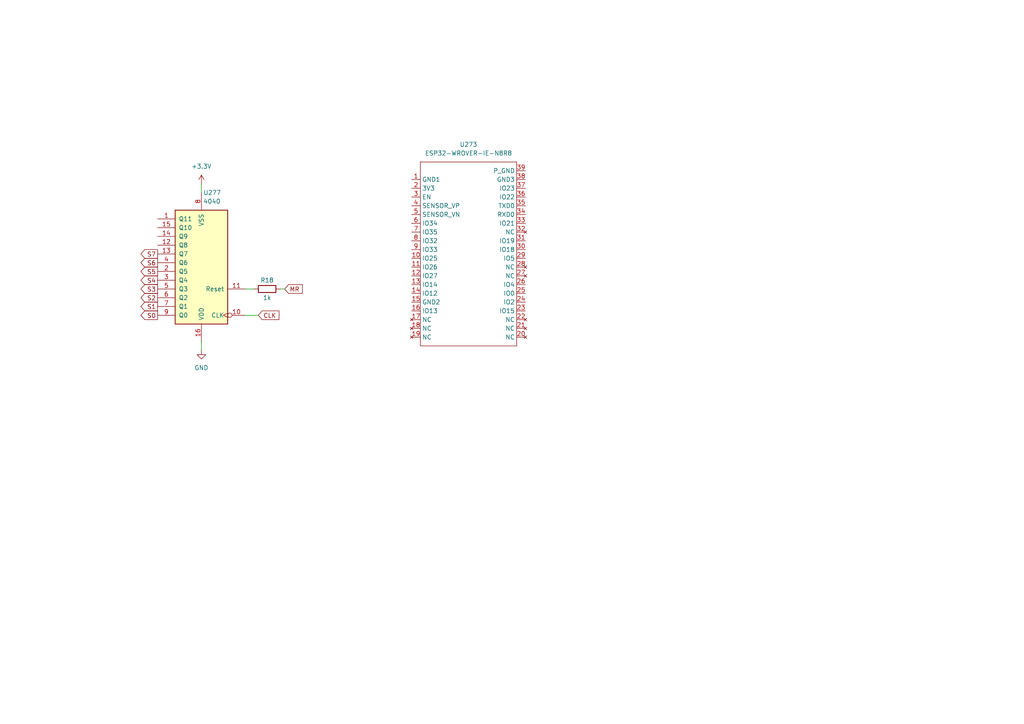
<source format=kicad_sch>
(kicad_sch (version 20211123) (generator eeschema)
  (paper "A4")
  (lib_symbols
    (symbol "4xxx:4040" (pin_names (offset 1.016))
      (property "Reference" "U" (at -7.62 16.51 0))
      (property "Value" "4040" (at -7.62 -19.05 0))
      (symbol "4040_1_0"
        (pin output line (at 12.7 -15.24 180) (length 5.08) (name "Q11") (number "1"))
        (pin input inverted_clock (at -12.7 12.7 0) (length 5.08) (name "CLK") (number "10"))
        (pin input line (at -12.7 5.08 0) (length 5.08) (name "Reset") (number "11"))
        (pin output line (at 12.7 -7.62 180) (length 5.08) (name "Q8") (number "12"))
        (pin output line (at 12.7 -5.08 180) (length 5.08) (name "Q7") (number "13"))
        (pin output line (at 12.7 -10.16 180) (length 5.08) (name "Q9") (number "14"))
        (pin output line (at 12.7 -12.7 180) (length 5.08) (name "Q10") (number "15"))
        (pin power_in line (at 0 20.32 270) (length 5.08) (name "VDD") (number "16"))
        (pin output line (at 12.7 0 180) (length 5.08) (name "Q5") (number "2"))
        (pin output line (at 12.7 2.54 180) (length 5.08) (name "Q4") (number "3"))
        (pin output line (at 12.7 -2.54 180) (length 5.08) (name "Q6") (number "4"))
        (pin output line (at 12.7 5.08 180) (length 5.08) (name "Q3") (number "5"))
        (pin output line (at 12.7 7.62 180) (length 5.08) (name "Q2") (number "6"))
        (pin output line (at 12.7 10.16 180) (length 5.08) (name "Q1") (number "7"))
        (pin power_in line (at 0 -22.86 90) (length 5.08) (name "VSS") (number "8"))
        (pin output line (at 12.7 12.7 180) (length 5.08) (name "Q0") (number "9"))
      )
      (symbol "4040_1_1"
        (rectangle (start -7.62 15.24) (end 7.62 -17.78) (stroke (width 0.254)) (fill (type background)))
      )
    )
    (symbol "Custom_model:ESP32-WROVER-IE-N8R8"
      (property "Reference" "U" (at 0 15.24 0))
      (property "Value" "ESP32-WROVER-IE-N8R8" (at 0 -41.91 0))
      (symbol "ESP32-WROVER-IE-N8R8_0_1"
        (rectangle (start -13.97 12.7) (end 13.97 -40.64))
      )
      (symbol "ESP32-WROVER-IE-N8R8_1_1"
        (pin input line (at -16.51 7.62 0) (length 2.54) (name "GND1") (number "1"))
        (pin input line (at -16.51 -15.24 0) (length 2.54) (name "IO25") (number "10"))
        (pin input line (at -16.51 -17.78 0) (length 2.54) (name "IO26") (number "11"))
        (pin input line (at -16.51 -20.32 0) (length 2.54) (name "IO27") (number "12"))
        (pin input line (at -16.51 -22.86 0) (length 2.54) (name "IO14") (number "13"))
        (pin input line (at -16.51 -25.4 0) (length 2.54) (name "IO12") (number "14"))
        (pin input line (at -16.51 -27.94 0) (length 2.54) (name "GND2") (number "15"))
        (pin input line (at -16.51 -30.48 0) (length 2.54) (name "IO13") (number "16"))
        (pin no_connect line (at -16.51 -33.02 0) (length 2.54) (name "NC") (number "17"))
        (pin no_connect line (at -16.51 -35.56 0) (length 2.54) (name "NC") (number "18"))
        (pin no_connect line (at -16.51 -38.1 0) (length 2.54) (name "NC") (number "19"))
        (pin input line (at -16.51 5.08 0) (length 2.54) (name "3V3") (number "2"))
        (pin no_connect line (at 16.51 -38.1 180) (length 2.54) (name "NC") (number "20"))
        (pin no_connect line (at 16.51 -35.56 180) (length 2.54) (name "NC") (number "21"))
        (pin no_connect line (at 16.51 -33.02 180) (length 2.54) (name "NC") (number "22"))
        (pin input line (at 16.51 -30.48 180) (length 2.54) (name "IO15") (number "23"))
        (pin input line (at 16.51 -27.94 180) (length 2.54) (name "IO2") (number "24"))
        (pin input line (at 16.51 -25.4 180) (length 2.54) (name "IO0") (number "25"))
        (pin input line (at 16.51 -22.86 180) (length 2.54) (name "IO4") (number "26"))
        (pin no_connect line (at 16.51 -20.32 180) (length 2.54) (name "NC") (number "27"))
        (pin no_connect line (at 16.51 -17.78 180) (length 2.54) (name "NC") (number "28"))
        (pin input line (at 16.51 -15.24 180) (length 2.54) (name "IO5") (number "29"))
        (pin input line (at -16.51 2.54 0) (length 2.54) (name "EN") (number "3"))
        (pin input line (at 16.51 -12.7 180) (length 2.54) (name "IO18") (number "30"))
        (pin input line (at 16.51 -10.16 180) (length 2.54) (name "IO19") (number "31"))
        (pin no_connect line (at 16.51 -7.62 180) (length 2.54) (name "NC") (number "32"))
        (pin input line (at 16.51 -5.08 180) (length 2.54) (name "IO21") (number "33"))
        (pin input line (at 16.51 -2.54 180) (length 2.54) (name "RXD0") (number "34"))
        (pin input line (at 16.51 0 180) (length 2.54) (name "TXD0") (number "35"))
        (pin input line (at 16.51 2.54 180) (length 2.54) (name "IO22") (number "36"))
        (pin input line (at 16.51 5.08 180) (length 2.54) (name "IO23") (number "37"))
        (pin input line (at 16.51 7.62 180) (length 2.54) (name "GND3") (number "38"))
        (pin input line (at 16.51 10.16 180) (length 2.54) (name "P_GND") (number "39"))
        (pin input line (at -16.51 0 0) (length 2.54) (name "SENSOR_VP") (number "4"))
        (pin input line (at -16.51 -2.54 0) (length 2.54) (name "SENSOR_VN") (number "5"))
        (pin input line (at -16.51 -5.08 0) (length 2.54) (name "IO34") (number "6"))
        (pin input line (at -16.51 -7.62 0) (length 2.54) (name "IO35") (number "7"))
        (pin input line (at -16.51 -10.16 0) (length 2.54) (name "IO32") (number "8"))
        (pin input line (at -16.51 -12.7 0) (length 2.54) (name "IO33") (number "9"))
      )
    )
    (symbol "Device:R" (pin_numbers hide) (pin_names (offset 0))
      (property "Reference" "R" (at 2.032 0 90))
      (property "Value" "R" (at 0 0 90))
      (symbol "R_0_1"
        (rectangle (start -1.016 -2.54) (end 1.016 2.54) (stroke (width 0.254)))
      )
      (symbol "R_1_1"
        (pin passive line (at 0 3.81 270) (length 1.27) (name "~") (number "1"))
        (pin passive line (at 0 -3.81 90) (length 1.27) (name "~") (number "2"))
      )
    )
    (symbol "power:+3.3V" (power) (pin_names (offset 0))
      (property "Value" "+3.3V" (at 0 3.556 0))
      (symbol "+3.3V_0_1"
        (polyline (pts (xy -0.762 1.27) (xy 0 2.54)))
        (polyline (pts (xy 0 0) (xy 0 2.54)))
        (polyline (pts (xy 0 2.54) (xy 0.762 1.27)))
      )
      (symbol "+3.3V_1_1"
        (pin power_in line (at 0 0 90) (length 0) hide (name "+3.3V") (number "1"))
      )
    )
    (symbol "power:GND" (power) (pin_names (offset 0))
      (property "Value" "GND" (at 0 -3.81 0))
      (symbol "GND_0_1"
        (polyline (pts (xy 0 0) (xy 0 -1.27) (xy 1.27 -1.27) (xy 0 -2.54) (xy -1.27 -1.27) (xy 0 -1.27)))
      )
      (symbol "GND_1_1"
        (pin power_in line (at 0 0 270) (length 0) hide (name "GND") (number "1"))
      )
    )
  )
  (wire (pts (xy 71.12 91.44) (xy 74.93 91.44)))
  (wire (pts (xy 73.66 83.82) (xy 71.12 83.82)))
  (wire (pts (xy 58.42 53.34) (xy 58.42 55.88)))
  (wire (pts (xy 58.42 99.06) (xy 58.42 101.6)))
  (wire (pts (xy 82.55 83.82) (xy 81.28 83.82)))
  (global_label "S6" (shape output) (at 45.72 76.2 180) (property "Intersheet References" "${INTERSHEET_REFS}" (effects hide)))
  (global_label "S2" (shape output) (at 45.72 86.36 180) (property "Intersheet References" "${INTERSHEET_REFS}" (effects hide)))
  (global_label "MR" (shape input) (at 82.55 83.82 0) (property "Intersheet References" "${INTERSHEET_REFS}" (effects hide)))
  (global_label "S5" (shape output) (at 45.72 78.74 180) (property "Intersheet References" "${INTERSHEET_REFS}" (effects hide)))
  (global_label "S1" (shape output) (at 45.72 88.9 180) (property "Intersheet References" "${INTERSHEET_REFS}" (effects hide)))
  (global_label "S4" (shape output) (at 45.72 81.28 180) (property "Intersheet References" "${INTERSHEET_REFS}" (effects hide)))
  (global_label "S7" (shape output) (at 45.72 73.66 180) (property "Intersheet References" "${INTERSHEET_REFS}" (effects hide)))
  (global_label "S3" (shape output) (at 45.72 83.82 180) (property "Intersheet References" "${INTERSHEET_REFS}" (effects hide)))
  (global_label "S0" (shape output) (at 45.72 91.44 180) (property "Intersheet References" "${INTERSHEET_REFS}" (effects hide)))
  (global_label "CLK" (shape input) (at 74.93 91.44 0) (property "Intersheet References" "${INTERSHEET_REFS}" (effects hide)))
  (symbol (lib_id "Custom_model:ESP32-WROVER-IE-N8R8") (at 135.89 59.69 0) (unit 1)
    (property "Reference" "U273" (at 135.89 41.91 0))
    (property "Value" "ESP32-WROVER-IE-N8R8" (at 135.89 44.45 0))
    (property "Footprint" "RF_Module:ESP32-WROVER-IE-N8R8" (effects hide))
    (property "Datasheet" "https://www.espressif.com/sites/default/files/documentation/esp32-wrover-e_esp32-wrover-ie_datasheet_en.pdf" (effects hide))
  )
  (symbol (lib_id "4xxx:4040") (at 58.42 78.74 180) (unit 1)
    (property "Reference" "U277" (at 58.9406 55.88 0) (effects (justify right)))
    (property "Value" "4040" (at 58.9406 58.42 0) (effects (justify right)))
    (property "Footprint" "Package_SO:SOIC-16_3.9x9.9mm_P1.27mm" (effects hide))
    (property "Datasheet" "http://www.intersil.com/content/dam/Intersil/documents/cd40/cd4020bms-24bms-40bms.pdf" (effects hide))
  )
  (symbol (lib_id "power:GND") (at 58.42 101.6 0) (unit 1)
    (property "Reference" "#PWR0650" (effects hide))
    (property "Value" "GND" (at 58.42 106.68 0))
  )
  (symbol (lib_id "Device:R") (at 77.47 83.82 270) (unit 1)
    (property "Reference" "R18" (at 77.47 81.28 90))
    (property "Value" "1k" (at 77.47 86.36 90))
  )
  (symbol (lib_id "power:+3.3V") (at 58.42 53.34 0) (unit 1)
    (property "Reference" "#PWR?" (effects hide))
    (property "Value" "+3.3V" (at 58.42 48.26 0))
  )
)
</source>
